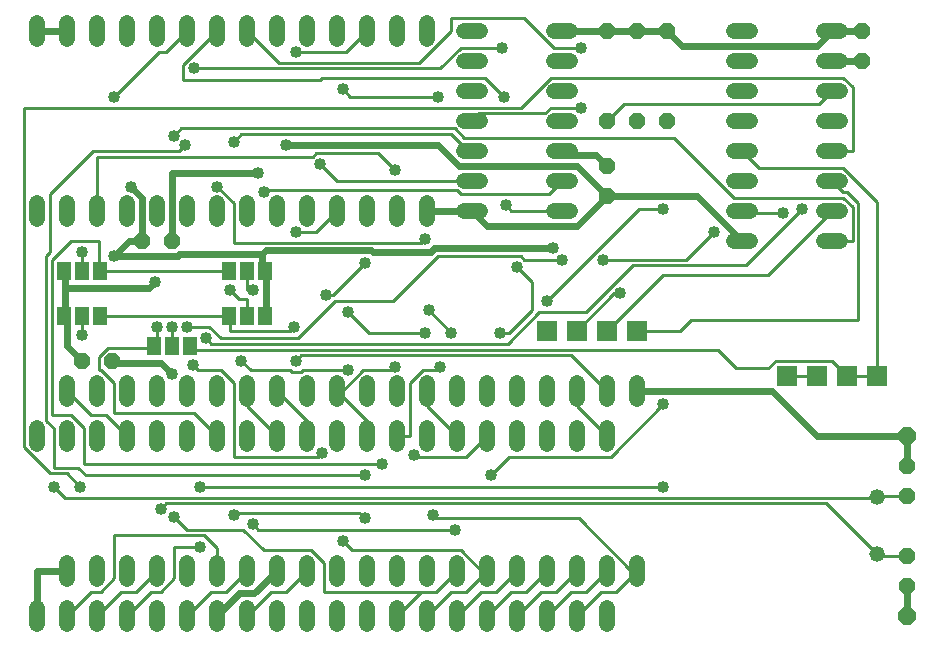
<source format=gtl>
G75*
%MOIN*%
%OFA0B0*%
%FSLAX24Y24*%
%IPPOS*%
%LPD*%
%AMOC8*
5,1,8,0,0,1.08239X$1,22.5*
%
%ADD10OC8,0.0520*%
%ADD11C,0.0520*%
%ADD12C,0.0520*%
%ADD13R,0.0675X0.0675*%
%ADD14R,0.0460X0.0630*%
%ADD15OC8,0.0600*%
%ADD16C,0.0100*%
%ADD17C,0.0400*%
%ADD18C,0.0240*%
D10*
X003180Y010180D03*
X004180Y010180D03*
X005180Y014180D03*
X006180Y014180D03*
X020680Y015680D03*
X020680Y016680D03*
X020680Y018180D03*
X021680Y018180D03*
X022680Y018180D03*
X022680Y021180D03*
X021680Y021180D03*
X020680Y021180D03*
X029180Y021180D03*
X029180Y020180D03*
X030680Y006680D03*
X030680Y005680D03*
X030680Y003680D03*
X030680Y002680D03*
D11*
X001680Y001940D02*
X001680Y001420D01*
X002680Y001420D02*
X002680Y001940D01*
X003680Y001940D02*
X003680Y001420D01*
X004680Y001420D02*
X004680Y001940D01*
X005680Y001940D02*
X005680Y001420D01*
X006680Y001420D02*
X006680Y001940D01*
X007680Y001940D02*
X007680Y001420D01*
X008680Y001420D02*
X008680Y001940D01*
X009680Y001940D02*
X009680Y001420D01*
X010680Y001420D02*
X010680Y001940D01*
X011680Y001940D02*
X011680Y001420D01*
X012680Y001420D02*
X012680Y001940D01*
X013680Y001940D02*
X013680Y001420D01*
X014680Y001420D02*
X014680Y001940D01*
X015680Y001940D02*
X015680Y001420D01*
X016680Y001420D02*
X016680Y001940D01*
X017680Y001940D02*
X017680Y001420D01*
X018680Y001420D02*
X018680Y001940D01*
X019680Y001940D02*
X019680Y001420D01*
X020680Y001420D02*
X020680Y001940D01*
X020680Y002920D02*
X020680Y003440D01*
X019680Y003440D02*
X019680Y002920D01*
X018680Y002920D02*
X018680Y003440D01*
X017680Y003440D02*
X017680Y002920D01*
X016680Y002920D02*
X016680Y003440D01*
X015680Y003440D02*
X015680Y002920D01*
X014680Y002920D02*
X014680Y003440D01*
X013680Y003440D02*
X013680Y002920D01*
X012680Y002920D02*
X012680Y003440D01*
X011680Y003440D02*
X011680Y002920D01*
X010680Y002920D02*
X010680Y003440D01*
X009680Y003440D02*
X009680Y002920D01*
X008680Y002920D02*
X008680Y003440D01*
X007680Y003440D02*
X007680Y002920D01*
X006680Y002920D02*
X006680Y003440D01*
X005680Y003440D02*
X005680Y002920D01*
X004680Y002920D02*
X004680Y003440D01*
X003680Y003440D02*
X003680Y002920D01*
X002680Y002920D02*
X002680Y003440D01*
X002680Y007420D02*
X002680Y007940D01*
X001680Y007940D02*
X001680Y007420D01*
X003680Y007420D02*
X003680Y007940D01*
X004680Y007940D02*
X004680Y007420D01*
X005680Y007420D02*
X005680Y007940D01*
X006680Y007940D02*
X006680Y007420D01*
X007680Y007420D02*
X007680Y007940D01*
X008680Y007940D02*
X008680Y007420D01*
X009680Y007420D02*
X009680Y007940D01*
X010680Y007940D02*
X010680Y007420D01*
X011680Y007420D02*
X011680Y007940D01*
X012680Y007940D02*
X012680Y007420D01*
X013680Y007420D02*
X013680Y007940D01*
X014680Y007940D02*
X014680Y007420D01*
X015680Y007420D02*
X015680Y007940D01*
X016680Y007940D02*
X016680Y007420D01*
X017680Y007420D02*
X017680Y007940D01*
X018680Y007940D02*
X018680Y007420D01*
X019680Y007420D02*
X019680Y007940D01*
X020680Y007940D02*
X020680Y007420D01*
X020680Y008920D02*
X020680Y009440D01*
X019680Y009440D02*
X019680Y008920D01*
X018680Y008920D02*
X018680Y009440D01*
X017680Y009440D02*
X017680Y008920D01*
X016680Y008920D02*
X016680Y009440D01*
X015680Y009440D02*
X015680Y008920D01*
X014680Y008920D02*
X014680Y009440D01*
X013680Y009440D02*
X013680Y008920D01*
X012680Y008920D02*
X012680Y009440D01*
X011680Y009440D02*
X011680Y008920D01*
X010680Y008920D02*
X010680Y009440D01*
X009680Y009440D02*
X009680Y008920D01*
X008680Y008920D02*
X008680Y009440D01*
X007680Y009440D02*
X007680Y008920D01*
X006680Y008920D02*
X006680Y009440D01*
X005680Y009440D02*
X005680Y008920D01*
X004680Y008920D02*
X004680Y009440D01*
X003680Y009440D02*
X003680Y008920D01*
X002680Y008920D02*
X002680Y009440D01*
X002680Y014920D02*
X002680Y015440D01*
X001680Y015440D02*
X001680Y014920D01*
X003680Y014920D02*
X003680Y015440D01*
X004680Y015440D02*
X004680Y014920D01*
X005680Y014920D02*
X005680Y015440D01*
X006680Y015440D02*
X006680Y014920D01*
X007680Y014920D02*
X007680Y015440D01*
X008680Y015440D02*
X008680Y014920D01*
X009680Y014920D02*
X009680Y015440D01*
X010680Y015440D02*
X010680Y014920D01*
X011680Y014920D02*
X011680Y015440D01*
X012680Y015440D02*
X012680Y014920D01*
X013680Y014920D02*
X013680Y015440D01*
X014680Y015440D02*
X014680Y014920D01*
X015920Y015180D02*
X016440Y015180D01*
X016440Y016180D02*
X015920Y016180D01*
X015920Y017180D02*
X016440Y017180D01*
X016440Y018180D02*
X015920Y018180D01*
X015920Y019180D02*
X016440Y019180D01*
X016440Y020180D02*
X015920Y020180D01*
X015920Y021180D02*
X016440Y021180D01*
X014680Y020920D02*
X014680Y021440D01*
X013680Y021440D02*
X013680Y020920D01*
X012680Y020920D02*
X012680Y021440D01*
X011680Y021440D02*
X011680Y020920D01*
X010680Y020920D02*
X010680Y021440D01*
X009680Y021440D02*
X009680Y020920D01*
X008680Y020920D02*
X008680Y021440D01*
X007680Y021440D02*
X007680Y020920D01*
X006680Y020920D02*
X006680Y021440D01*
X005680Y021440D02*
X005680Y020920D01*
X004680Y020920D02*
X004680Y021440D01*
X003680Y021440D02*
X003680Y020920D01*
X002680Y020920D02*
X002680Y021440D01*
X001680Y021440D02*
X001680Y020920D01*
X018920Y021180D02*
X019440Y021180D01*
X019440Y020180D02*
X018920Y020180D01*
X018920Y019180D02*
X019440Y019180D01*
X019440Y018180D02*
X018920Y018180D01*
X018920Y017180D02*
X019440Y017180D01*
X019440Y016180D02*
X018920Y016180D01*
X018920Y015180D02*
X019440Y015180D01*
X024920Y015180D02*
X025440Y015180D01*
X025440Y014180D02*
X024920Y014180D01*
X024920Y016180D02*
X025440Y016180D01*
X025440Y017180D02*
X024920Y017180D01*
X024920Y018180D02*
X025440Y018180D01*
X025440Y019180D02*
X024920Y019180D01*
X024920Y020180D02*
X025440Y020180D01*
X025440Y021180D02*
X024920Y021180D01*
X027920Y021180D02*
X028440Y021180D01*
X028440Y020180D02*
X027920Y020180D01*
X027920Y019180D02*
X028440Y019180D01*
X028440Y018180D02*
X027920Y018180D01*
X027920Y017180D02*
X028440Y017180D01*
X028440Y016180D02*
X027920Y016180D01*
X027920Y015180D02*
X028440Y015180D01*
X028440Y014180D02*
X027920Y014180D01*
X021680Y009440D02*
X021680Y008920D01*
X021680Y003440D02*
X021680Y002920D01*
D12*
X029680Y003730D03*
X029680Y005630D03*
D13*
X029680Y009680D03*
X028680Y009680D03*
X027680Y009680D03*
X026680Y009680D03*
X021680Y011180D03*
X020680Y011180D03*
X019680Y011180D03*
X018680Y011180D03*
D14*
X009280Y011680D03*
X008680Y011680D03*
X008080Y011680D03*
X006780Y010680D03*
X006180Y010680D03*
X005580Y010680D03*
X003780Y011680D03*
X003180Y011680D03*
X002580Y011680D03*
X002580Y013180D03*
X003180Y013180D03*
X003780Y013180D03*
X008080Y013180D03*
X008680Y013180D03*
X009280Y013180D03*
D15*
X030680Y007680D03*
X030680Y001680D03*
D16*
X030680Y003680D02*
X029680Y003680D01*
X029680Y003730D01*
X029680Y003743D01*
X027993Y005430D01*
X005993Y005430D01*
X005805Y005243D01*
X006243Y004993D02*
X006680Y004555D01*
X008555Y004555D01*
X009243Y003868D01*
X010805Y003868D01*
X011243Y003430D01*
X011243Y002493D01*
X014430Y002493D01*
X014461Y002461D01*
X013680Y001680D01*
X014680Y001680D02*
X015493Y002493D01*
X015993Y002493D01*
X016680Y003180D01*
X016555Y003118D01*
X015805Y003868D01*
X012180Y003868D01*
X011868Y004180D01*
X012618Y004930D02*
X012430Y005118D01*
X008305Y005118D01*
X008243Y005055D01*
X008868Y004743D02*
X009055Y004555D01*
X015618Y004555D01*
X014993Y004930D02*
X019743Y004930D01*
X021555Y003118D01*
X021680Y003180D01*
X020993Y002493D01*
X020493Y002493D01*
X019680Y001680D01*
X019493Y002493D02*
X019993Y002493D01*
X020680Y003180D01*
X019680Y003180D02*
X018993Y002493D01*
X018493Y002493D01*
X017680Y001680D01*
X017493Y002493D02*
X017993Y002493D01*
X018680Y003180D01*
X017680Y003180D02*
X016993Y002493D01*
X016493Y002493D01*
X015680Y001680D01*
X016680Y001680D02*
X017493Y002493D01*
X018680Y001680D02*
X019493Y002493D01*
X015680Y003180D02*
X014993Y002493D01*
X014493Y002493D01*
X014461Y002461D01*
X014993Y004930D02*
X014868Y005055D01*
X016805Y006368D02*
X017430Y006993D01*
X020805Y006993D01*
X022555Y008743D01*
X020680Y009180D02*
X019493Y010368D01*
X010493Y010368D01*
X010305Y010180D01*
X010118Y009868D02*
X010180Y009805D01*
X010493Y009805D01*
X010555Y009868D01*
X012055Y009868D01*
X012555Y009868D02*
X011805Y009118D01*
X011680Y009180D01*
X012680Y008180D01*
X012680Y007680D01*
X013680Y007680D02*
X014118Y007680D01*
X014118Y009430D01*
X014555Y009868D01*
X014993Y009868D01*
X015118Y009993D01*
X014680Y009180D02*
X014680Y008680D01*
X015680Y007680D01*
X015993Y006993D02*
X016680Y007680D01*
X015993Y006993D02*
X014305Y006993D01*
X014243Y007055D01*
X013180Y006743D02*
X003243Y006743D01*
X003243Y007930D01*
X002805Y008368D01*
X002180Y008368D01*
X002180Y013555D01*
X002805Y014180D01*
X003743Y014180D01*
X003743Y013180D01*
X003780Y013180D01*
X008080Y013180D01*
X008680Y013180D02*
X008680Y012555D01*
X008868Y012555D01*
X008680Y012243D02*
X008430Y012243D01*
X008118Y012555D01*
X008680Y012243D02*
X008680Y011680D01*
X008118Y011680D02*
X008080Y011680D01*
X003780Y011680D01*
X003180Y011680D02*
X003180Y011055D01*
X003743Y010305D02*
X003743Y009868D01*
X003805Y009868D01*
X004243Y009430D01*
X004243Y008430D01*
X006930Y008430D01*
X007680Y007680D01*
X008243Y006993D02*
X011055Y006993D01*
X011180Y007118D01*
X010680Y007680D02*
X010680Y008180D01*
X009680Y009180D01*
X010118Y009868D02*
X008805Y009868D01*
X008493Y010180D01*
X007805Y009868D02*
X008243Y009430D01*
X008243Y006993D01*
X007118Y005993D02*
X022555Y005993D01*
X020680Y007680D02*
X019680Y008680D01*
X019680Y009180D01*
X017368Y010743D02*
X018430Y011805D01*
X019993Y011805D01*
X021555Y013368D01*
X025305Y013368D01*
X027180Y015243D01*
X026555Y015118D02*
X025243Y015118D01*
X025180Y015180D01*
X024930Y015618D02*
X028555Y015618D01*
X028868Y015305D01*
X028868Y014180D01*
X028180Y014180D01*
X028180Y015180D02*
X026055Y013055D01*
X022555Y013055D01*
X020680Y011180D01*
X019680Y011180D02*
X020930Y012430D01*
X021118Y012430D01*
X020555Y013555D02*
X023305Y013555D01*
X024243Y014493D01*
X024930Y015618D02*
X022930Y017618D01*
X015930Y017618D01*
X015618Y017930D01*
X006493Y017930D01*
X006243Y017680D01*
X006618Y017368D02*
X006430Y017180D01*
X003555Y017180D01*
X002118Y015743D01*
X002118Y013805D01*
X001993Y013680D01*
X001993Y008180D01*
X002243Y007930D01*
X002243Y006618D01*
X003055Y006618D01*
X003305Y006368D01*
X012618Y006368D01*
X009680Y007680D02*
X008680Y008680D01*
X008680Y009180D01*
X007805Y009868D02*
X007055Y009868D01*
X006868Y010055D01*
X006930Y010555D02*
X024368Y010555D01*
X024993Y009930D01*
X026055Y009930D01*
X026305Y010180D01*
X028180Y010180D01*
X028680Y009680D01*
X029680Y009680D01*
X029680Y015493D01*
X028555Y016618D01*
X025743Y016618D01*
X025180Y017180D01*
X027743Y018743D02*
X028180Y019180D01*
X028555Y019618D02*
X028868Y019305D01*
X028868Y017180D01*
X028180Y017180D01*
X028180Y016180D02*
X028555Y015805D01*
X028680Y015805D01*
X029055Y015430D01*
X029055Y011555D01*
X023493Y011555D01*
X023118Y011180D01*
X021680Y011180D01*
X018680Y012180D02*
X021743Y015243D01*
X022555Y015243D01*
X019180Y015180D02*
X017493Y015180D01*
X017305Y015368D01*
X016180Y016180D02*
X011680Y016180D01*
X011118Y016743D01*
X010868Y016993D02*
X010993Y017118D01*
X013055Y017118D01*
X013618Y016555D01*
X015493Y017743D02*
X016055Y017180D01*
X016180Y017180D01*
X015493Y017743D02*
X008493Y017743D01*
X008243Y017493D01*
X007680Y015993D02*
X008243Y015430D01*
X008243Y014118D01*
X014493Y014118D01*
X014618Y014243D01*
X015055Y013680D02*
X013555Y012180D01*
X011618Y012180D01*
X010368Y010930D01*
X007805Y010930D01*
X007430Y011305D01*
X006680Y011305D01*
X006180Y011305D02*
X006180Y010680D01*
X006780Y010680D02*
X006805Y010680D01*
X006930Y010555D01*
X007305Y010930D02*
X007493Y010743D01*
X017368Y010743D01*
X017430Y011118D02*
X017118Y011118D01*
X017430Y011118D02*
X018180Y011868D01*
X018180Y012805D01*
X017680Y013305D01*
X017930Y013555D02*
X017805Y013680D01*
X015055Y013680D01*
X014743Y011868D02*
X015493Y011118D01*
X014618Y011118D02*
X012743Y011118D01*
X012055Y011805D01*
X011555Y012368D02*
X011305Y012368D01*
X011555Y012368D02*
X012618Y013430D01*
X010993Y014493D02*
X010305Y014493D01*
X010993Y014493D02*
X011680Y015180D01*
X010868Y016993D02*
X003680Y016993D01*
X003680Y015180D01*
X003180Y013805D02*
X003180Y013180D01*
X005680Y011305D02*
X005680Y010680D01*
X005580Y010680D01*
X005555Y010680D01*
X005493Y010618D01*
X004055Y010618D01*
X003743Y010305D01*
X002680Y009180D02*
X003493Y008368D01*
X003993Y008368D01*
X004680Y007680D01*
X003118Y005993D02*
X002680Y006430D01*
X002118Y006430D01*
X001243Y007305D01*
X001243Y018618D01*
X017805Y018618D01*
X018805Y019618D01*
X028555Y019618D01*
X027743Y018743D02*
X021243Y018743D01*
X020680Y018180D01*
X019805Y018618D02*
X018805Y018618D01*
X018618Y018430D01*
X016430Y018430D01*
X016180Y018180D01*
X017243Y018993D02*
X016618Y019618D01*
X011180Y019618D01*
X011118Y019555D01*
X006555Y019555D01*
X006555Y020055D01*
X007680Y021180D01*
X006680Y021180D02*
X005993Y020493D01*
X005743Y020493D01*
X004243Y018993D01*
X006930Y019930D02*
X015118Y019930D01*
X015805Y020618D01*
X017180Y020618D01*
X017930Y021618D02*
X018930Y020618D01*
X019805Y020618D01*
X017930Y021618D02*
X015493Y021618D01*
X015493Y021180D01*
X014430Y020118D01*
X009743Y020118D01*
X008680Y021180D01*
X010305Y020493D02*
X011993Y020493D01*
X012680Y021180D01*
X011868Y019243D02*
X012118Y018993D01*
X015055Y018993D01*
X018743Y015743D02*
X019180Y016180D01*
X018743Y015743D02*
X015805Y015743D01*
X015680Y015868D01*
X009305Y015868D01*
X009243Y015805D01*
X008118Y011680D02*
X008118Y011180D01*
X010118Y011180D01*
X010243Y011305D01*
X012555Y009868D02*
X013493Y009868D01*
X013618Y009993D01*
X017930Y013555D02*
X019180Y013555D01*
X026680Y009680D02*
X027680Y009680D01*
X029680Y005680D02*
X029680Y005630D01*
X029680Y005618D01*
X002618Y005618D01*
X002243Y005993D01*
X004243Y004368D02*
X007243Y004368D01*
X007680Y003930D01*
X007680Y003180D01*
X007493Y002493D02*
X007993Y002493D01*
X008680Y003180D01*
X009493Y002493D02*
X009993Y002493D01*
X010680Y003180D01*
X009493Y002493D02*
X008680Y001680D01*
X007493Y002493D02*
X006680Y001680D01*
X005805Y002493D02*
X006243Y002930D01*
X006243Y003993D01*
X007118Y003993D01*
X005680Y003180D02*
X004993Y002493D01*
X004493Y002493D01*
X003680Y001680D01*
X003805Y002493D02*
X003493Y002493D01*
X002680Y001680D01*
X003805Y002493D02*
X004243Y002930D01*
X004243Y004368D01*
X005493Y002493D02*
X005805Y002493D01*
X005493Y002493D02*
X004680Y001680D01*
X029680Y005680D02*
X030680Y005680D01*
D17*
X022555Y005993D03*
X022555Y008743D03*
X018680Y012180D03*
X017680Y013305D03*
X018868Y013930D03*
X019180Y013555D03*
X020555Y013555D03*
X021118Y012430D03*
X024243Y014493D03*
X022555Y015243D03*
X026555Y015118D03*
X027180Y015243D03*
X019805Y018618D03*
X017243Y018993D03*
X017180Y020618D03*
X015055Y018993D03*
X011868Y019243D03*
X010305Y020493D03*
X006930Y019930D03*
X004243Y018993D03*
X006243Y017680D03*
X006618Y017368D03*
X008243Y017493D03*
X009055Y016430D03*
X009243Y015805D03*
X007680Y015993D03*
X009993Y017368D03*
X011118Y016743D03*
X013618Y016555D03*
X014618Y014243D03*
X012618Y013430D03*
X011305Y012368D03*
X012055Y011805D03*
X010243Y011305D03*
X010305Y010180D03*
X008493Y010180D03*
X007305Y010930D03*
X006680Y011305D03*
X006180Y011305D03*
X005680Y011305D03*
X006868Y010055D03*
X006180Y009743D03*
X003180Y011055D03*
X005618Y012805D03*
X004243Y013680D03*
X003180Y013805D03*
X004805Y015993D03*
X008118Y012555D03*
X008868Y012555D03*
X010305Y014493D03*
X014743Y011868D03*
X014618Y011118D03*
X015493Y011118D03*
X015118Y009993D03*
X013618Y009993D03*
X012055Y009868D03*
X011180Y007118D03*
X012618Y006368D03*
X013180Y006743D03*
X014243Y007055D03*
X016805Y006368D03*
X014868Y005055D03*
X015618Y004555D03*
X012618Y004930D03*
X011868Y004180D03*
X008868Y004743D03*
X008243Y005055D03*
X007118Y005993D03*
X005805Y005243D03*
X006243Y004993D03*
X007118Y003993D03*
X003118Y005993D03*
X002243Y005993D03*
X017118Y011118D03*
X017305Y015368D03*
X019805Y020618D03*
D18*
X019180Y021180D02*
X020680Y021180D01*
X021680Y021180D01*
X022680Y021180D01*
X023180Y020680D01*
X027680Y020680D01*
X028180Y021180D01*
X029180Y021180D01*
X029180Y020180D02*
X028180Y020180D01*
X023680Y015680D02*
X020680Y015680D01*
X019680Y016680D01*
X015743Y016680D01*
X015055Y017368D01*
X009993Y017368D01*
X009055Y016430D02*
X006180Y016430D01*
X006180Y014180D01*
X006430Y013743D02*
X006368Y013680D01*
X004243Y013680D01*
X004743Y014180D01*
X005180Y014180D01*
X005180Y015618D01*
X004805Y015993D01*
X006430Y013743D02*
X009180Y013743D01*
X009305Y013868D01*
X012805Y013868D01*
X012868Y013805D01*
X014805Y013805D01*
X014930Y013930D01*
X018868Y013930D01*
X019680Y014680D02*
X020680Y015680D01*
X020680Y016680D02*
X020305Y017055D01*
X019305Y017055D01*
X019180Y017180D01*
X016680Y014680D02*
X016180Y015180D01*
X014680Y015180D01*
X016680Y014680D02*
X019680Y014680D01*
X023680Y015680D02*
X025180Y014180D01*
X026180Y009180D02*
X021680Y009180D01*
X026180Y009180D02*
X027680Y007680D01*
X030680Y007680D01*
X030680Y006680D01*
X030680Y002680D02*
X030680Y001680D01*
X009680Y003180D02*
X008930Y002430D01*
X008430Y002430D01*
X007680Y001680D01*
X002680Y003180D02*
X001680Y003180D01*
X001680Y001680D01*
X006180Y009743D02*
X005805Y010118D01*
X004243Y010118D01*
X004180Y010180D01*
X003180Y010180D02*
X002680Y010680D01*
X002680Y011618D01*
X002580Y011680D01*
X002618Y011680D01*
X002618Y012618D01*
X005430Y012618D01*
X005618Y012805D01*
X002618Y012618D02*
X002618Y013180D01*
X002580Y013180D01*
X009180Y013243D02*
X009280Y013180D01*
X009305Y013180D01*
X009305Y011680D01*
X009280Y011680D01*
X009180Y013243D02*
X009180Y013743D01*
X002680Y021180D02*
X001680Y021180D01*
M02*

</source>
